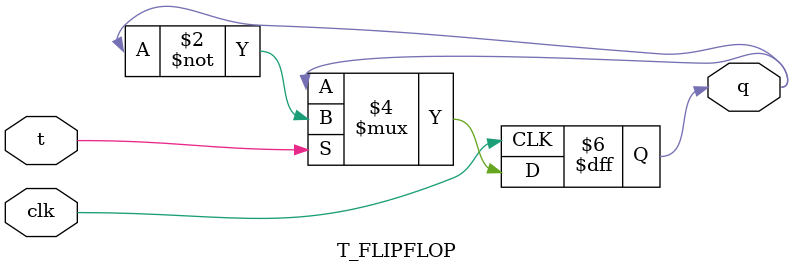
<source format=v>
module T_FLIPFLOP(q, clk, t);
    input clk, t;
    output reg q;
	
    initial q = 0;

    always @ (posedge clk)
    begin
        if (t)
            q <= ~q;
    end
endmodule

</source>
